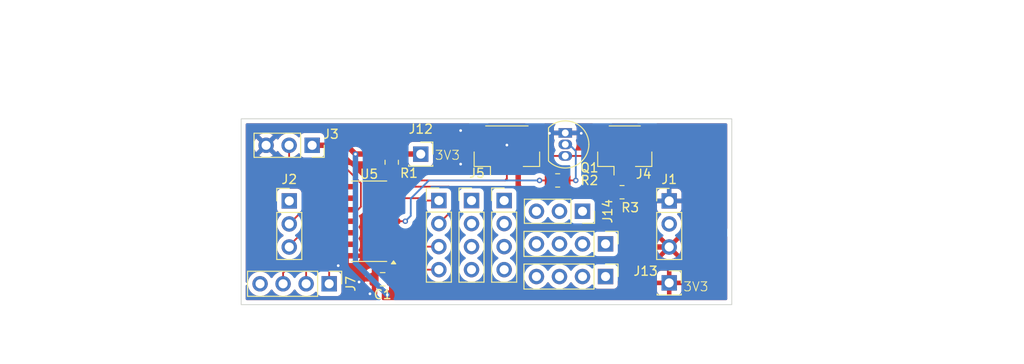
<source format=kicad_pcb>
(kicad_pcb (version 20241229) (generator "pcbnew") (generator_version "9.0")
  (layers (0 "F.Cu" signal) (2 "B.Cu" signal) (13 "F.Paste" user) (15 "B.Paste" user) (5 "F.SilkS" user "F.Silkscreen") (7 "B.SilkS" user "B.Silkscreen") (1 "F.Mask" user) (3 "B.Mask" user) (25 "Edge.Cuts" user))
  (net 0 "")
  (net 1 "+3V3")
  (net 2 "GND")
  (net 3 "/PB3")
  (net 4 "/PA1")
  (net 5 "/PA2")
  (net 6 "/PA3")
  (net 7 "/PA4")
  (net 8 "/PA5")
  (net 9 "/PB2")
  (net 10 "/VBAT")
  (net 11 "/SCL")
  (net 12 "/SDA")
  (net 13 "/SMBA")
  (net 14 "/emitreceive")
  (net 15 "Net-(J4-Pin_2)")
  (net 16 "/IRdataIN")
  (net 17 "Net-(Q1-B)")
  (net 18 "/IRledcontrol")
  (net 19 "/UPDI")
  (footprint "Connector_JST:JST_GH_BM02B-GHS-TBT_1x02-1MP_P1.25mm_Vertical" (layer "F.Cu") (at 155.5 61.2)
    (property "Reference" "J4" (at 2.085 2.7 0) (layer "F.SilkS"))
    (property "Value" "Conn_01x02_Socket")
    (fp_line (start -2.985 0.26) (end -2.985 1.86) (stroke (width 0.12)) (layer "F.SilkS"))
    (fp_line (start -2.985 1.86) (end -1.185 1.86) (stroke (width 0.12)) (layer "F.SilkS"))
    (fp_line (start -1.715 -2.61) (end 1.715 -2.61) (stroke (width 0.12)) (layer "F.SilkS"))
    (fp_line (start -1.185 1.86) (end -1.185 2.8) (stroke (width 0.12)) (layer "F.SilkS"))
    (fp_line (start 2.985 0.26) (end 2.985 1.86) (stroke (width 0.12)) (layer "F.SilkS"))
    (fp_line (start 2.985 1.86) (end 1.185 1.86) (stroke (width 0.12)) (layer "F.SilkS"))
    (pad "1" smd roundrect (at -0.625 1.95) (size 0.6 1.7) (layers "F.Cu" "F.Mask" "F.Paste") (net 14 "/emitreceive"))
    (pad "2" smd roundrect (at 0.625 1.95) (size 0.6 1.7) (layers "F.Cu" "F.Mask" "F.Paste") (net 15 "Net-(J4-Pin_2)"))
    (pad "MP" smd roundrect (at -2.475 -1.4) (size 1 2.8) (layers "F.Cu" "F.Mask" "F.Paste"))
    (pad "MP" smd roundrect (at 2.475 -1.4) (size 1 2.8) (layers "F.Cu" "F.Mask" "F.Paste"))
  )
  (footprint "Connector_PinHeader_2.54mm:PinHeader_1x04_P2.54mm_Vertical" (layer "F.Cu") (at 153.38 71.6 -90)
    (property "Reference" "J10")
    (property "Value" "Conn_01x04_Socket")
    (fp_line (start -1.38 9) (end 1.38 9) (stroke (width 0.12)) (layer "F.SilkS"))
    (fp_line (start -1.38 1.27) (end -1.38 9) (stroke (width 0.12)) (layer "F.SilkS"))
    (fp_line (start -1.38 1.27) (end 1.38 1.27) (stroke (width 0.12)) (layer "F.SilkS"))
    (fp_line (start 1.38 1.27) (end 1.38 9) (stroke (width 0.12)) (layer "F.SilkS"))
    (fp_line (start -1.38 0) (end -1.38 -1.38) (stroke (width 0.12)) (layer "F.SilkS"))
    (fp_line (start -1.38 -1.38) (end 0 -1.38) (stroke (width 0.12)) (layer "F.SilkS"))
    (pad "1" thru_hole rect (at 0 0 270) (size 1.7 1.7) (drill 1) (layers "*.Cu" "*.Mask"))
    (pad "2" thru_hole circle (at 0 2.54 270) (size 1.7 1.7) (drill 1) (layers "*.Cu" "*.Mask"))
    (pad "3" thru_hole circle (at 0 5.08 270) (size 1.7 1.7) (drill 1) (layers "*.Cu" "*.Mask"))
    (pad "4" thru_hole circle (at 0 7.62 270) (size 1.7 1.7) (drill 1) (layers "*.Cu" "*.Mask"))
  )
  (footprint "Connector_PinSocket_2.54mm:PinSocket_1x01_P2.54mm_Vertical" (layer "F.Cu") (at 133 61.7)
    (property "Reference" "J12" (at 0 -2.77 0) (layer "F.SilkS"))
    (property "Value" "Conn_01x01_Socket")
    (fp_line (start -1.33 1.21) (end -1.33 1.33) (stroke (width 0.12)) (layer "F.SilkS"))
    (fp_line (start -1.33 1.33) (end 1.33 1.33) (stroke (width 0.12)) (layer "F.SilkS"))
    (fp_line (start 0 -1.33) (end 1.33 -1.33) (stroke (width 0.12)) (layer "F.SilkS"))
    (fp_line (start 1.33 -1.33) (end 1.33 0) (stroke (width 0.12)) (layer "F.SilkS"))
    (fp_line (start 1.33 1.21) (end 1.33 1.33) (stroke (width 0.12)) (layer "F.SilkS"))
    (pad "1" thru_hole rect (at 0 0) (size 1.7 1.7) (drill 1) (layers "*.Cu" "*.Mask") (net 1 "+3V3"))
  )
  (footprint "Package_TO_SOT_THT:TO-92_Inline" (layer "F.Cu") (at 148.94 59.36 -90)
    (property "Reference" "Q1" (at 3.84 -2.66 180) (layer "F.SilkS"))
    (property "Value" "2N3904")
    (fp_line (start -0.53 1.85) (end 3.07 1.85) (stroke (width 0.12)) (layer "F.SilkS"))
    (fp_arc (start -0.568478 1.838478) (mid -1.132087 -0.994977) (end 1.27 -2.6) (stroke (width 0.12)) (layer "F.SilkS"))
    (fp_arc (start 1.27 -2.6) (mid 3.672087 -0.994977) (end 3.108478 1.838478) (stroke (width 0.12)) (layer "F.SilkS"))
    (pad "1" thru_hole rect (at 0 0 270) (size 1.05 1.5) (drill 0.75) (layers "*.Cu" "*.Mask") (net 2 "GND"))
    (pad "2" thru_hole oval (at 1.27 0 270) (size 1.05 1.5) (drill 0.75) (layers "*.Cu" "*.Mask") (net 17 "Net-(Q1-B)"))
    (pad "3" thru_hole oval (at 2.54 0 270) (size 1.05 1.5) (drill 0.75) (layers "*.Cu" "*.Mask") (net 14 "/emitreceive"))
  )
  (footprint "Connector_PinHeader_2.54mm:PinHeader_1x04_P2.54mm_Vertical" (layer "F.Cu") (at 142.2 66.82)
    (property "Reference" "J9")
    (property "Value" "Conn_01x04_Socket")
    (fp_line (start -1.38 -1.38) (end 0 -1.38) (stroke (width 0.12)) (layer "F.SilkS"))
    (fp_line (start -1.38 0) (end -1.38 -1.38) (stroke (width 0.12)) (layer "F.SilkS"))
    (fp_line (start -1.38 1.27) (end -1.38 9) (stroke (width 0.12)) (layer "F.SilkS"))
    (fp_line (start -1.38 1.27) (end 1.38 1.27) (stroke (width 0.12)) (layer "F.SilkS"))
    (fp_line (start -1.38 9) (end 1.38 9) (stroke (width 0.12)) (layer "F.SilkS"))
    (fp_line (start 1.38 1.27) (end 1.38 9) (stroke (width 0.12)) (layer "F.SilkS"))
    (pad "1" thru_hole rect (at 0 0) (size 1.7 1.7) (drill 1) (layers "*.Cu" "*.Mask"))
    (pad "2" thru_hole circle (at 0 2.54) (size 1.7 1.7) (drill 1) (layers "*.Cu" "*.Mask"))
    (pad "3" thru_hole circle (at 0 5.08) (size 1.7 1.7) (drill 1) (layers "*.Cu" "*.Mask"))
    (pad "4" thru_hole circle (at 0 7.62) (size 1.7 1.7) (drill 1) (layers "*.Cu" "*.Mask"))
  )
  (footprint "Connector_PinSocket_2.54mm:PinSocket_1x03_P2.54mm_Vertical" (layer "F.Cu") (at 150.84 68 -90)
    (property "Reference" "J14" (at 0 -2.77 90) (layer "F.SilkS"))
    (property "Value" "Conn_01x03_Socket")
    (fp_line (start -1.33 6.41) (end 1.33 6.41) (stroke (width 0.12)) (layer "F.SilkS"))
    (fp_line (start -1.33 1.27) (end -1.33 6.41) (stroke (width 0.12)) (layer "F.SilkS"))
    (fp_line (start -1.33 1.27) (end 1.33 1.27) (stroke (width 0.12)) (layer "F.SilkS"))
    (fp_line (start 1.33 1.27) (end 1.33 6.41) (stroke (width 0.12)) (layer "F.SilkS"))
    (fp_line (start 0 -1.33) (end 1.33 -1.33) (stroke (width 0.12)) (layer "F.SilkS"))
    (fp_line (start 1.33 -1.33) (end 1.33 0) (stroke (width 0.12)) (layer "F.SilkS"))
    (pad "1" thru_hole rect (at 0 0 270) (size 1.7 1.7) (drill 1) (layers "*.Cu" "*.Mask"))
    (pad "2" thru_hole circle (at 0 2.54 270) (size 1.7 1.7) (drill 1) (layers "*.Cu" "*.Mask"))
    (pad "3" thru_hole circle (at 0 5.08 270) (size 1.7 1.7) (drill 1) (layers "*.Cu" "*.Mask"))
  )
  (footprint "Connector_PinHeader_2.54mm:PinHeader_1x04_P2.54mm_Vertical" (layer "F.Cu") (at 135 66.82)
    (property "Reference" "J6")
    (property "Value" "Conn_01x04_Socket")
    (fp_line (start -1.38 -1.38) (end 0 -1.38) (stroke (width 0.12)) (layer "F.SilkS"))
    (fp_line (start -1.38 0) (end -1.38 -1.38) (stroke (width 0.12)) (layer "F.SilkS"))
    (fp_line (start -1.38 1.27) (end -1.38 9) (stroke (width 0.12)) (layer "F.SilkS"))
    (fp_line (start -1.38 1.27) (end 1.38 1.27) (stroke (width 0.12)) (layer "F.SilkS"))
    (fp_line (start -1.38 9) (end 1.38 9) (stroke (width 0.12)) (layer "F.SilkS"))
    (fp_line (start 1.38 1.27) (end 1.38 9) (stroke (width 0.12)) (layer "F.SilkS"))
    (pad "1" thru_hole rect (at 0 0) (size 1.7 1.7) (drill 1) (layers "*.Cu" "*.Mask") (net 3 "/PB3"))
    (pad "2" thru_hole circle (at 0 2.54) (size 1.7 1.7) (drill 1) (layers "*.Cu" "*.Mask") (net 9 "/PB2"))
    (pad "3" thru_hole circle (at 0 5.08) (size 1.7 1.7) (drill 1) (layers "*.Cu" "*.Mask") (net 8 "/PA5"))
    (pad "4" thru_hole circle (at 0 7.62) (size 1.7 1.7) (drill 1) (layers "*.Cu" "*.Mask") (net 7 "/PA4"))
  )
  (footprint "Connector_PinHeader_2.54mm:PinHeader_1x04_P2.54mm_Vertical" (layer "F.Cu") (at 122.9 76 -90)
    (property "Reference" "J7" (at 0 -2.38 90) (layer "F.SilkS"))
    (property "Value" "Conn_01x04_Socket")
    (fp_line (start -1.38 9) (end 1.38 9) (stroke (width 0.12)) (layer "F.SilkS"))
    (fp_line (start -1.38 1.27) (end -1.38 9) (stroke (width 0.12)) (layer "F.SilkS"))
    (fp_line (start -1.38 1.27) (end 1.38 1.27) (stroke (width 0.12)) (layer "F.SilkS"))
    (fp_line (start 1.38 1.27) (end 1.38 9) (stroke (width 0.12)) (layer "F.SilkS"))
    (fp_line (start -1.38 0) (end -1.38 -1.38) (stroke (width 0.12)) (layer "F.SilkS"))
    (fp_line (start -1.38 -1.38) (end 0 -1.38) (stroke (width 0.12)) (layer "F.SilkS"))
    (pad "1" thru_hole rect (at 0 0 270) (size 1.7 1.7) (drill 1) (layers "*.Cu" "*.Mask") (net 6 "/PA3"))
    (pad "2" thru_hole circle (at 0 2.54 270) (size 1.7 1.7) (drill 1) (layers "*.Cu" "*.Mask") (net 5 "/PA2"))
    (pad "3" thru_hole circle (at 0 5.08 270) (size 1.7 1.7) (drill 1) (layers "*.Cu" "*.Mask") (net 4 "/PA1"))
    (pad "4" thru_hole circle (at 0 7.62 270) (size 1.7 1.7) (drill 1) (layers "*.Cu" "*.Mask"))
  )
  (footprint "Connector_PinHeader_2.54mm:PinHeader_1x03_P2.54mm_Vertical" (layer "F.Cu") (at 118.5 66.86)
    (property "Reference" "J2" (at 0 -2.38 0) (layer "F.SilkS"))
    (property "Value" "Conn_01x03_Pin")
    (fp_line (start -1.38 -1.38) (end 0 -1.38) (stroke (width 0.12)) (layer "F.SilkS"))
    (fp_line (start -1.38 0) (end -1.38 -1.38) (stroke (width 0.12)) (layer "F.SilkS"))
    (fp_line (start -1.38 1.27) (end -1.38 6.46) (stroke (width 0.12)) (layer "F.SilkS"))
    (fp_line (start -1.38 1.27) (end 1.38 1.27) (stroke (width 0.12)) (layer "F.SilkS"))
    (fp_line (start -1.38 6.46) (end 1.38 6.46) (stroke (width 0.12)) (layer "F.SilkS"))
    (fp_line (start 1.38 1.27) (end 1.38 6.46) (stroke (width 0.12)) (layer "F.SilkS"))
    (pad "1" thru_hole rect (at 0 0) (size 1.7 1.7) (drill 1) (layers "*.Cu" "*.Mask") (net 13 "/SMBA"))
    (pad "2" thru_hole circle (at 0 2.54) (size 1.7 1.7) (drill 1) (layers "*.Cu" "*.Mask") (net 12 "/SDA"))
    (pad "3" thru_hole circle (at 0 5.08) (size 1.7 1.7) (drill 1) (layers "*.Cu" "*.Mask") (net 11 "/SCL"))
  )
  (footprint "Connector_PinSocket_2.54mm:PinSocket_1x01_P2.54mm_Vertical" (layer "F.Cu") (at 160.4 75.9)
    (property "Reference" "J13" (at -2.6 -1.3 0) (layer "F.SilkS"))
    (property "Value" "Conn_01x01_Socket")
    (fp_line (start -1.33 1.21) (end -1.33 1.33) (stroke (width 0.12)) (layer "F.SilkS"))
    (fp_line (start -1.33 1.33) (end 1.33 1.33) (stroke (width 0.12)) (layer "F.SilkS"))
    (fp_line (start 0 -1.33) (end 1.33 -1.33) (stroke (width 0.12)) (layer "F.SilkS"))
    (fp_line (start 1.33 -1.33) (end 1.33 0) (stroke (width 0.12)) (layer "F.SilkS"))
    (fp_line (start 1.33 1.21) (end 1.33 1.33) (stroke (width 0.12)) (layer "F.SilkS"))
    (pad "1" thru_hole rect (at 0 0) (size 1.7 1.7) (drill 1) (layers "*.Cu" "*.Mask") (net 1 "+3V3"))
  )
  (footprint "Capacitor_SMD:C_0805_2012Metric" (layer "F.Cu") (at 128.8 75.5 180)
    (property "Reference" "C1" (at 0 -1.68 0) (layer "F.SilkS"))
    (property "Value" "0805,100nF,50V,X7R")
    (fp_line (start -0.261252 0.735) (end 0.261252 0.735) (stroke (width 0.12)) (layer "F.SilkS"))
    (fp_line (start -0.261252 -0.735) (end 0.261252 -0.735) (stroke (width 0.12)) (layer "F.SilkS"))
    (pad "1" smd roundrect (at -0.95 0 180) (size 1 1.45) (layers "F.Cu" "F.Mask" "F.Paste") (net 1 "+3V3"))
    (pad "2" smd roundrect (at 0.95 0 180) (size 1 1.45) (layers "F.Cu" "F.Mask" "F.Paste") (net 2 "GND"))
  )
  (footprint "Resistor_SMD:R_0805_2012Metric" (layer "F.Cu") (at 148.1 64.6)
    (property "Reference" "R2" (at 3.5 0 0) (layer "F.SilkS"))
    (property "Value" "0805,1.2k")
    (fp_line (start -0.227064 -0.735) (end 0.227064 -0.735) (stroke (width 0.12)) (layer "F.SilkS"))
    (fp_line (start -0.227064 0.735) (end 0.227064 0.735) (stroke (width 0.12)) (layer "F.SilkS"))
    (pad "1" smd roundrect (at -0.9125 0) (size 1.025 1.4) (layers "F.Cu" "F.Mask" "F.Paste") (roundrect_rratio 0.243902) (net 18 "/IRledcontrol"))
    (pad "2" smd roundrect (at 0.9125 0) (size 1.025 1.4) (layers "F.Cu" "F.Mask" "F.Paste") (roundrect_rratio 0.243902) (net 17 "Net-(Q1-B)"))
  )
  (footprint "Connector_PinHeader_2.54mm:PinHeader_1x03_P2.54mm_Vertical" (layer "F.Cu") (at 160.4 66.86)
    (property "Reference" "J1" (at 0 -2.38 0) (layer "F.SilkS"))
    (property "Value" "Conn_01x03_Pin")
    (fp_line (start -1.38 -1.38) (end 0 -1.38) (stroke (width 0.12)) (layer "F.SilkS"))
    (fp_line (start -1.38 0) (end -1.38 -1.38) (stroke (width 0.12)) (layer "F.SilkS"))
    (fp_line (start -1.38 1.27) (end -1.38 6.46) (stroke (width 0.12)) (layer "F.SilkS"))
    (fp_line (start -1.38 1.27) (end 1.38 1.27) (stroke (width 0.12)) (layer "F.SilkS"))
    (fp_line (start -1.38 6.46) (end 1.38 6.46) (stroke (width 0.12)) (layer "F.SilkS"))
    (fp_line (start 1.38 1.27) (end 1.38 6.46) (stroke (width 0.12)) (layer "F.SilkS"))
    (pad "1" thru_hole rect (at 0 0) (size 1.7 1.7) (drill 1) (layers "*.Cu" "*.Mask") (net 2 "GND"))
    (pad "2" thru_hole circle (at 0 2.54) (size 1.7 1.7) (drill 1) (layers "*.Cu" "*.Mask") (net 10 "/VBAT"))
    (pad "3" thru_hole circle (at 0 5.08) (size 1.7 1.7) (drill 1) (layers "*.Cu" "*.Mask") (net 1 "+3V3"))
  )
  (footprint "Connector_PinSocket_2.54mm:PinSocket_1x03_P2.54mm_Vertical" (layer "F.Cu") (at 121.025 60.725 -90)
    (property "Reference" "J3" (at -1.225 -2.075 180) (layer "F.SilkS"))
    (property "Value" "Conn_01x03_Socket")
    (fp_line (start -1.33 6.41) (end 1.33 6.41) (stroke (width 0.12)) (layer "F.SilkS"))
    (fp_line (start -1.33 1.27) (end -1.33 6.41) (stroke (width 0.12)) (layer "F.SilkS"))
    (fp_line (start -1.33 1.27) (end 1.33 1.27) (stroke (width 0.12)) (layer "F.SilkS"))
    (fp_line (start 1.33 1.27) (end 1.33 6.41) (stroke (width 0.12)) (layer "F.SilkS"))
    (fp_line (start 0 -1.33) (end 1.33 -1.33) (stroke (width 0.12)) (layer "F.SilkS"))
    (fp_line (start 1.33 -1.33) (end 1.33 0) (stroke (width 0.12)) (layer "F.SilkS"))
    (pad "1" thru_hole rect (at 0 0 270) (size 1.7 1.7) (drill 1) (layers "*.Cu" "*.Mask") (net 1 "+3V3"))
    (pad "2" thru_hole circle (at 0 2.54 270) (size 1.7 1.7) (drill 1) (layers "*.Cu" "*.Mask") (net 19 "/UPDI"))
    (pad "3" thru_hole circle (at 0 5.08 270) (size 1.7 1.7) (drill 1) (layers "*.Cu" "*.Mask") (net 2 "GND"))
  )
  (footprint "Package_SO:SOIC-14_3.9x8.7mm_P1.27mm" (layer "F.Cu") (at 127.3 69.1 180)
    (property "Reference" "U5" (at 0 5.2 0) (layer "F.SilkS"))
    (property "Value" "ATtiny1614-SS")
    (fp_line (start 0 4.435) (end 1.95 4.435) (stroke (width 0.12)) (layer "F.SilkS"))
    (fp_line (start 0 4.435) (end -1.95 4.435) (stroke (width 0.12)) (layer "F.SilkS"))
    (fp_line (start 0 -4.435) (end 1.95 -4.435) (stroke (width 0.12)) (layer "F.SilkS"))
    (fp_line (start 0 -4.435) (end -1.95 -4.435) (stroke (width 0.12)) (layer "F.SilkS"))
    (fp_poly (pts (xy -2.7 -4.37) (xy -2.94 -4.7) (xy -2.46 -4.7)) (stroke (width 0.12)) (fill yes) (layer "F.SilkS"))
    (pad "1" smd roundrect (at -2.475 -3.81 180) (size 1.95 0.6) (layers "F.Cu" "F.Mask" "F.Paste") (net 1 "+3V3"))
    (pad "2" smd roundrect (at -2.475 -2.54 180) (size 1.95 0.6) (layers "F.Cu" "F.Mask" "F.Paste") (net 7 "/PA4"))
    (pad "3" smd roundrect (at -2.475 -1.27 180) (size 1.95 0.6) (layers "F.Cu" "F.Mask" "F.Paste") (net 8 "/PA5"))
    (pad "4" smd roundrect (at -2.475 0 180) (size 1.95 0.6) (layers "F.Cu" "F.Mask" "F.Paste") (net 18 "/IRledcontrol"))
    (pad "5" smd roundrect (at -2.475 1.27 180) (size 1.95 0.6) (layers "F.Cu" "F.Mask" "F.Paste") (net 16 "/IRdataIN"))
    (pad "6" smd roundrect (at -2.475 2.54 180) (size 1.95 0.6) (layers "F.Cu" "F.Mask" "F.Paste") (net 3 "/PB3"))
    (pad "7" smd roundrect (at -2.475 3.81 180) (size 1.95 0.6) (layers "F.Cu" "F.Mask" "F.Paste") (net 9 "/PB2"))
    (pad "8" smd roundrect (at 2.475 3.81 180) (size 1.95 0.6) (layers "F.Cu" "F.Mask" "F.Paste") (net 12 "/SDA"))
    (pad "9" smd roundrect (at 2.475 2.54 180) (size 1.95 0.6) (layers "F.Cu" "F.Mask" "F.Paste") (net 11 "/SCL"))
    (pad "10" smd roundrect (at 2.475 1.27 180) (size 1.95 0.6) (layers "F.Cu" "F.Mask" "F.Paste") (net 19 "/UPDI"))
    (pad "11" smd roundrect (at 2.475 0 180) (size 1.95 0.6) (layers "F.Cu" "F.Mask" "F.Paste") (net 4 "/PA1"))
    (pad "12" smd roundrect (at 2.475 -1.27 180) (size 1.95 0.6) (layers "F.Cu" "F.Mask" "F.Paste") (net 5 "/PA2"))
    (pad "13" smd roundrect (at 2.475 -2.54 180) (size 1.95 0.6) (layers "F.Cu" "F.Mask" "F.Paste") (net 6 "/PA3"))
    (pad "14" smd roundrect (at 2.475 -3.81 180) (size 1.95 0.6) (layers "F.Cu" "F.Mask" "F.Paste") (net 2 "GND"))
  )
  (footprint "Connector_PinHeader_2.54mm:PinHeader_1x04_P2.54mm_Vertical" (layer "F.Cu") (at 138.6 66.82)
    (property "Reference" "J8")
    (property "Value" "Conn_01x04_Socket")
    (fp_line (start -1.38 -1.38) (end 0 -1.38) (stroke (width 0.12)) (layer "F.SilkS"))
    (fp_line (start -1.38 0) (end -1.38 -1.38) (stroke (width 0.12)) (layer "F.SilkS"))
    (fp_line (start -1.38 1.27) (end -1.38 9) (stroke (width 0.12)) (layer "F.SilkS"))
    (fp_line (start -1.38 1.27) (end 1.38 1.27) (stroke (width 0.12)) (layer "F.SilkS"))
    (fp_line (start -1.38 9) (end 1.38 9) (stroke (width 0.12)) (layer "F.SilkS"))
    (fp_line (start 1.38 1.27) (end 1.38 9) (stroke (width 0.12)) (layer "F.SilkS"))
    (pad "1" thru_hole rect (at 0 0) (size 1.7 1.7) (drill 1) (layers "*.Cu" "*.Mask"))
    (pad "2" thru_hole circle (at 0 2.54) (size 1.7 1.7) (drill 1) (layers "*.Cu" "*.Mask"))
    (pad "3" thru_hole circle (at 0 5.08) (size 1.7 1.7) (drill 1) (layers "*.Cu" "*.Mask"))
    (pad "4" thru_hole circle (at 0 7.62) (size 1.7 1.7) (drill 1) (layers "*.Cu" "*.Mask"))
  )
  (footprint "Connector_PinHeader_2.54mm:PinHeader_1x04_P2.54mm_Vertical" (layer "F.Cu") (at 153.38 75.2 -90)
    (property "Reference" "J11")
    (property "Value" "Conn_01x04_Socket")
    (fp_line (start -1.38 9) (end 1.38 9) (stroke (width 0.12)) (layer "F.SilkS"))
    (fp_line (start -1.38 1.27) (end -1.38 9) (stroke (width 0.12)) (layer "F.SilkS"))
    (fp_line (start -1.38 1.27) (end 1.38 1.27) (stroke (width 0.12)) (layer "F.SilkS"))
    (fp_line (start 1.38 1.27) (end 1.38 9) (stroke (width 0.12)) (layer "F.SilkS"))
    (fp_line (start -1.38 0) (end -1.38 -1.38) (stroke (width 0.12)) (layer "F.SilkS"))
    (fp_line (start -1.38 -1.38) (end 0 -1.38) (stroke (width 0.12)) (layer "F.SilkS"))
    (pad "1" thru_hole rect (at 0 0 270) (size 1.7 1.7) (drill 1) (layers "*.Cu" "*.Mask"))
    (pad "2" thru_hole circle (at 0 2.54 270) (size 1.7 1.7) (drill 1) (layers "*.Cu" "*.Mask"))
    (pad "3" thru_hole circle (at 0 5.08 270) (size 1.7 1.7) (drill 1) (layers "*.Cu" "*.Mask"))
    (pad "4" thru_hole circle (at 0 7.62 270) (size 1.7 1.7) (drill 1) (layers "*.Cu" "*.Mask"))
  )
  (footprint "Resistor_SMD:R_0805_2012Metric" (layer "F.Cu") (at 155.2 65.9 180)
    (property "Reference" "R3" (at -0.9 -1.7 0) (layer "F.SilkS"))
    (property "Value" "0805,220")
    (fp_line (start -0.227064 0.735) (end 0.227064 0.735) (stroke (width 0.12)) (layer "F.SilkS"))
    (fp_line (start -0.227064 -0.735) (end 0.227064 -0.735) (stroke (width 0.12)) (layer "F.SilkS"))
    (pad "1" smd roundrect (at -0.9125 0 180) (size 1.025 1.4) (layers "F.Cu" "F.Mask" "F.Paste") (roundrect_rratio 0.243902) (net 15 "Net-(J4-Pin_2)"))
    (pad "2" smd roundrect (at 0.9125 0 180) (size 1.025 1.4) (layers "F.Cu" "F.Mask" "F.Paste") (roundrect_rratio 0.243902) (net 1 "+3V3"))
  )
  (footprint "Connector_JST:JST_GH_BM03B-GHS-TBT_1x03-1MP_P1.25mm_Vertical" (layer "F.Cu") (at 142.5 61.2)
    (property "Reference" "J5" (at -3.3 2.6 0) (layer "F.SilkS"))
    (property "Value" "Conn_01x03_Socket")
    (fp_line (start -3.61 0.26) (end -3.61 1.86) (stroke (width 0.12)) (layer "F.SilkS"))
    (fp_line (start -3.61 1.86) (end -1.81 1.86) (stroke (width 0.12)) (layer "F.SilkS"))
    (fp_line (start -2.34 -2.61) (end 2.34 -2.61) (stroke (width 0.12)) (layer "F.SilkS"))
    (fp_line (start -1.81 1.86) (end -1.81 2.8) (stroke (width 0.12)) (layer "F.SilkS"))
    (fp_line (start 3.61 0.26) (end 3.61 1.86) (stroke (width 0.12)) (layer "F.SilkS"))
    (fp_line (start 3.61 1.86) (end 1.81 1.86) (stroke (width 0.12)) (layer "F.SilkS"))
    (pad "1" smd roundrect (at -1.25 1.95) (size 0.6 1.7) (layers "F.Cu" "F.Mask" "F.Paste") (net 14 "/emitreceive"))
    (pad "2" smd roundrect (at 0 1.95) (size 0.6 1.7) (layers "F.Cu" "F.Mask" "F.Paste") (net 16 "/IRdataIN"))
    (pad "3" smd roundrect (at 1.25 1.95) (size 0.6 1.7) (layers "F.Cu" "F.Mask" "F.Paste") (net 1 "+3V3"))
    (pad "MP" smd roundrect (at -3.1 -1.4) (size 1 2.8) (layers "F.Cu" "F.Mask" "F.Paste"))
    (pad "MP" smd roundrect (at 3.1 -1.4) (size 1 2.8) (layers "F.Cu" "F.Mask" "F.Paste"))
  )
  (footprint "Resistor_SMD:R_0805_2012Metric" (layer "F.Cu") (at 129.8 62.6 -90)
    (property "Reference" "R1" (at 1.2 -1.9 180) (layer "F.SilkS"))
    (property "Value" "0805,10k")
    (fp_line (start -0.227064 0.735) (end 0.227064 0.735) (stroke (width 0.12)) (layer "F.SilkS"))
    (fp_line (start -0.227064 -0.735) (end 0.227064 -0.735) (stroke (width 0.12)) (layer "F.SilkS"))
    (pad "1" smd roundrect (at -0.9125 0 270) (size 1.025 1.4) (layers "F.Cu" "F.Mask" "F.Paste") (roundrect_rratio 0.243902) (net 1 "+3V3"))
    (pad "2" smd roundrect (at 0.9125 0 270) (size 1.025 1.4) (layers "F.Cu" "F.Mask" "F.Paste") (roundrect_rratio 0.243902) (net 16 "/IRdataIN"))
  )
  (gr_rect (start 113.2 57.8) (end 167.3 78.3) (stroke (width 0.1)) (fill no) (layer "Edge.Cuts"))
  (gr_text "3V3\n" (at 134.5 62.4 0) (layer "F.SilkS") (effects (font (size 1 1) (thickness 0.1)) (justify left bottom)))
  (gr_text "3V3\n" (at 161.9 76.9 0) (layer "F.SilkS") (effects (font (size 1 1) (thickness 0.1)) (justify left bottom)))
  (segment (start 144.4 65.9) (end 154.2875 65.9) (width 0.6) (layer "F.Cu") (net 1))
  (segment (start 158.44 71.94) (end 160.4 71.94) (width 0.6) (layer "F.Cu") (net 1))
  (segment (start 121.025 60.725) (end 124.825 60.725) (width 0.6) (layer "F.Cu") (net 1))
  (segment (start 154.2875 67.7875) (end 158.44 71.94) (width 0.6) (layer "F.Cu") (net 1))
  (segment (start 124.825 60.725) (end 125.8 61.7) (width 0.6) (layer "F.Cu") (net 1))
  (segment (start 143.75 65.25) (end 144.4 65.9) (width 0.6) (layer "F.Cu") (net 1))
  (segment (start 129.8 61.6875) (end 132.9875 61.6875) (width 0.6) (layer "F.Cu") (net 1))
  (segment (start 143.75 63.15) (end 143.75 65.25) (width 0.6) (layer "F.Cu") (net 1))
  (segment (start 132.9875 61.6875) (end 133 61.7) (width 0.6) (layer "F.Cu") (net 1))
  (segment (start 129.8 61.6875) (end 125.8125 61.6875) (width 0.6) (layer "F.Cu") (net 1))
  (segment (start 125.8125 61.6875) (end 125.8 61.7) (width 0.6) (layer "F.Cu") (net 1))
  (segment (start 154.2875 65.9) (end 154.2875 67.7875) (width 0.6) (layer "F.Cu") (net 1))
  (via (at 129.317218 77.217217) (size 0.6) (drill 0.3) (layers "F.Cu" "B.Cu") (net 1))
  (via (at 125.8 61.7) (size 0.6) (drill 0.3) (layers "F.Cu" "B.Cu") (net 1))
  (segment (start 129.317218 77.217217) (end 125.8 73.7) (width 0.6) (layer "B.Cu") (net 1))
  (segment (start 125.8 73.7) (end 125.8 61.7) (width 0.6) (layer "B.Cu") (net 1))
  (via (at 147.2 59.4) (size 0.6) (drill 0.3) (layers "F.Cu" "B.Cu") (net 2))
  (via (at 150.7 59.4) (size 0.6) (drill 0.3) (layers "F.Cu" "B.Cu") (net 2))
  (via (at 127.4 77.1) (size 0.6) (drill 0.3) (layers "F.Cu" "B.Cu") (net 2))
  (via (at 142.5 60.7) (size 0.6) (drill 0.3) (layers "F.Cu" "B.Cu") (net 2))
  (via (at 126.2 75.8) (size 0.6) (drill 0.3) (layers "F.Cu" "B.Cu") (net 2))
  (via (at 123.9 74) (size 0.6) (drill 0.3) (layers "F.Cu" "B.Cu") (net 2))
  (via (at 137.4 62.8) (size 0.6) (drill 0.3) (layers "F.Cu" "B.Cu") (net 2))
  (via (at 137.4 59.1) (size 0.6) (drill 0.3) (layers "F.Cu" "B.Cu") (net 2))
  (segment (start 133.42 66.82) (end 135 66.82) (width 0.2) (layer "F.Cu") (net 3))
  (segment (start 133.16 66.56) (end 133.42 66.82) (width 0.2) (layer "F.Cu") (net 3))
  (segment (start 129.775 66.56) (end 133.16 66.56) (width 0.2) (layer "F.Cu") (net 3))
  (segment (start 123.517918 69.1) (end 124.825 69.1) (width 0.2) (layer "F.Cu") (net 4))
  (segment (start 117.82 74.797918) (end 123.517918 69.1) (width 0.2) (layer "F.Cu") (net 4))
  (segment (start 117.82 76) (end 117.82 74.797918) (width 0.2) (layer "F.Cu") (net 4))
  (segment (start 120.36 73.44) (end 123.43 70.37) (width 0.2) (layer "F.Cu") (net 5))
  (segment (start 120.36 76) (end 120.36 73.44) (width 0.2) (layer "F.Cu") (net 5))
  (segment (start 123.43 70.37) (end 124.825 70.37) (width 0.2) (layer "F.Cu") (net 5))
  (segment (start 123.46 71.64) (end 124.825 71.64) (width 0.2) (layer "F.Cu") (net 6))
  (segment (start 122.9 76) (end 122.9 72.2) (width 0.2) (layer "F.Cu") (net 6))
  (segment (start 122.9 72.2) (end 123.46 71.64) (width 0.2) (layer "F.Cu") (net 6))
  (segment (start 133.04 74.44) (end 135 74.44) (width 0.2) (layer "F.Cu") (net 7))
  (segment (start 129.775 71.64) (end 131.14 71.64) (width 0.2) (layer "F.Cu") (net 7))
  (segment (start 131.14 71.64) (end 132.3 72.8) (width 0.2) (layer "F.Cu") (net 7))
  (segment (start 132.3 73.7) (end 133.04 74.44) (width 0.2) (layer "F.Cu") (net 7))
  (segment (start 132.3 72.8) (end 132.3 73.7) (width 0.2) (layer "F.Cu") (net 7))
  (segment (start 129.775 70.37) (end 131.27 70.37) (width 0.2) (layer "F.Cu") (net 8))
  (segment (start 132.8 71.9) (end 135 71.9) (width 0.2) (layer "F.Cu") (net 8))
  (segment (start 131.27 70.37) (end 132.8 71.9) (width 0.2) (layer "F.Cu") (net 8))
  (segment (start 136.09 65.29) (end 136.7 65.9) (width 0.2) (layer "F.Cu") (net 9))
  (segment (start 136.7 65.9) (end 136.7 67.66) (width 0.2) (layer "F.Cu") (net 9))
  (segment (start 136.7 67.66) (end 135 69.36) (width 0.2) (layer "F.Cu") (net 9))
  (segment (start 129.775 65.29) (end 136.09 65.29) (width 0.2) (layer "F.Cu") (net 9))
  (segment (start 124.825 66.56) (end 123.74 66.56) (width 0.2) (layer "F.Cu") (net 11))
  (segment (start 118.5 71.8) (end 118.5 71.94) (width 0.2) (layer "F.Cu") (net 11))
  (segment (start 123.74 66.56) (end 118.5 71.8) (width 0.2) (layer "F.Cu") (net 11))
  (segment (start 122.61 65.29) (end 124.825 65.29) (width 0.2) (layer "F.Cu") (net 12))
  (segment (start 118.5 69.4) (end 122.61 65.29) (width 0.2) (layer "F.Cu") (net 12))
  (segment (start 141.45 61.9) (end 141.25 62.1) (width 0.2) (layer "F.Cu") (net 14))
  (segment (start 153.85 63.15) (end 152.6 61.9) (width 0.2) (layer "F.Cu") (net 14))
  (segment (start 141.25 62.1) (end 141.25 63.15) (width 0.2) (layer "F.Cu") (net 14))
  (segment (start 152.6 61.9) (end 141.45 61.9) (width 0.2) (layer "F.Cu") (net 14))
  (segment (start 154.875 63.15) (end 153.85 63.15) (width 0.2) (layer "F.Cu") (net 14))
  (segment (start 156.125 65.8875) (end 156.1125 65.9) (width 0.2) (layer "F.Cu") (net 15))
  (segment (start 156.125 63.15) (end 156.125 65.8875) (width 0.2) (layer "F.Cu") (net 15))
  (segment (start 142.5 64.4) (end 142.5 63.15) (width 0.2) (layer "F.Cu") (net 16))
  (segment (start 142.3 64.6) (end 142.5 64.4) (width 0.2) (layer "F.Cu") (net 16))
  (segment (start 128.3 67.329999) (end 128.3 64) (width 0.2) (layer "F.Cu") (net 16))
  (segment (start 128.7875 63.5125) (end 129.8 63.5125) (width 0.2) (layer "F.Cu") (net 16))
  (segment (start 129.775 63.5375) (end 129.8 63.5125) (width 0.2) (layer "F.Cu") (net 16))
  (segment (start 128.800001 67.83) (end 128.3 67.329999) (width 0.2) (layer "F.Cu") (net 16))
  (segment (start 129.8 64.3) (end 130.1 64.6) (width 0.2) (layer "F.Cu") (net 16))
  (segment (start 129.8 63.5125) (end 129.8 64.3) (width 0.2) (layer "F.Cu") (net 16))
  (segment (start 129.775 67.83) (end 128.800001 67.83) (width 0.2) (layer "F.Cu") (net 16))
  (segment (start 130.1 64.6) (end 142.3 64.6) (width 0.2) (layer "F.Cu") (net 16))
  (segment (start 128.3 64) (end 128.7875 63.5125) (width 0.2) (layer "F.Cu") (net 16))
  (segment (start 149.0125 64.6) (end 150.1 64.6) (width 0.2) (layer "F.Cu") (net 17))
  (via (at 150.1 64.6) (size 0.6) (drill 0.3) (layers "F.Cu" "B.Cu") (net 17))
  (segment (start 150.1 61.36) (end 149.44 60.7) (width 0.2) (layer "B.Cu") (net 17))
  (segment (start 149.44 60.7) (end 148.94 60.7) (width 0.2) (layer "B.Cu") (net 17))
  (segment (start 150.1 64.6) (end 150.1 61.36) (width 0.2) (layer "B.Cu") (net 17))
  (segment (start 146.1 64.6) (end 147.1875 64.6) (width 0.2) (layer "F.Cu") (net 18))
  (segment (start 129.775 69.1) (end 131.3 69.1) (width 0.2) (layer "F.Cu") (net 18))
  (via (at 146.1 64.6) (size 0.6) (drill 0.3) (layers "F.Cu" "B.Cu") (net 18))
  (via (at 131.3 69.1) (size 0.6) (drill 0.3) (layers "F.Cu" "B.Cu") (net 18))
  (segment (start 131.3 69.1) (end 131.9 68.5) (width 0.2) (layer "B.Cu") (net 18))
  (segment (start 131.9 68.2) (end 131.9 66.6) (width 0.2) (layer "B.Cu") (net 18))
  (segment (start 131.9 68.5) (end 131.9 68.2) (width 0.2) (layer "B.Cu") (net 18))
  (segment (start 131.9 66.6) (end 133.9 64.6) (width 0.2) (layer "B.Cu") (net 18))
  (segment (start 133.9 64.6) (end 146.1 64.6) (width 0.2) (layer "B.Cu") (net 18))
  (segment (start 126.4 67.5) (end 126.4 64.9) (width 0.2) (layer "F.Cu") (net 19))
  (segment (start 125 63.5) (end 119.7 63.5) (width 0.2) (layer "F.Cu") (net 19))
  (segment (start 126.4 64.9) (end 125 63.5) (width 0.2) (layer "F.Cu") (net 19))
  (segment (start 124.825 67.83) (end 126.07 67.83) (width 0.2) (layer "F.Cu") (net 19))
  (segment (start 126.07 67.83) (end 126.4 67.5) (width 0.2) (layer "F.Cu") (net 19))
  (segment (start 118.485 62.285) (end 118.485 60.725) (width 0.2) (layer "F.Cu") (net 19))
  (segment (start 119.7 63.5) (end 118.485 62.285) (width 0.2) (layer "F.Cu") (net 19))
  (zone (net 2) (net_name "GND") (layer "F.Cu") (priority 1) (connect_pads (clearance 0.5)) (min_thickness 0.25) (fill yes (thermal_gap 0.5) (thermal_bridge_width 0.5))
    (polygon (pts (xy 128.2 79.7) (xy 113 79.7) (xy 113 55.9) (xy 167.8 55.8) (xy 167.7 70) (xy 157 70) (xy 157 75) (xy 132.7 75) (xy 132.7 71.8) (xy 128.2 71.8)))
  )
  (zone (net 1) (net_name "+3V3") (layer "F.Cu") (connect_pads (clearance 0.5)) (min_thickness 0.25) (fill yes (thermal_gap 0.5) (thermal_bridge_width 0.5))
    (polygon (pts (xy 167.8 70.7) (xy 157.9 70.8) (xy 157.9 75.6) (xy 132 75.6) (xy 132 72.1) (xy 128.5 72.1) (xy 128.507393 78.797575) (xy 167.8 78.8)))
  )
  (zone (net 2) (net_name "GND") (layer "B.Cu") (priority 2) (connect_pads (clearance 0.5)) (min_thickness 0.25) (fill yes (thermal_gap 0.5) (thermal_bridge_width 0.5))
    (polygon (pts (xy 112.2 55) (xy 112.2 81.6) (xy 169.9 81.6) (xy 169.9 55)))
  )
)
</source>
